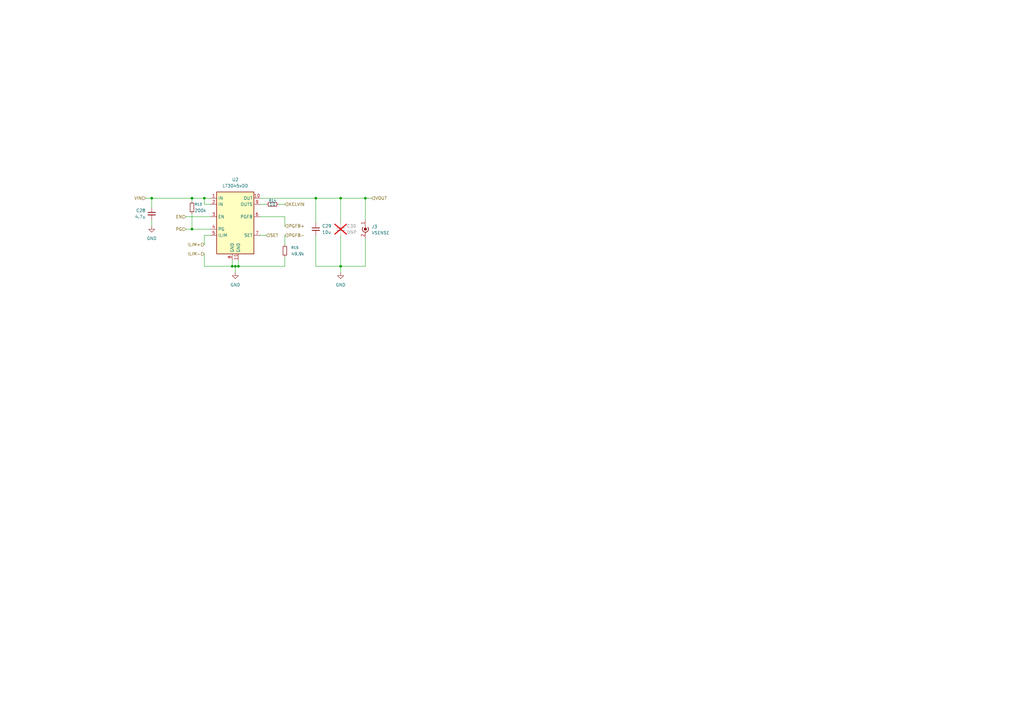
<source format=kicad_sch>
(kicad_sch (version 20250114) (generator "eeschema") (generator_version "9.0")
  (paper "A3")
  (lib_symbols
    (symbol "Connector:Conn_Coaxial_Power" (pin_names (offset 1.016) (hide yes))
      (property "Reference" "J" (at -5.08 -1.27 90))
      (property "Value" "Conn_Coaxial_Power" (at -3.175 -1.27 90))
      (symbol "Conn_Coaxial_Power_0_1"
        (arc (start 1.016 -0.508) (mid 1.2048 -0.8684) (end 1.27 -1.27) (stroke (width 0.254)))
        (polyline (pts (xy 0 0) (xy 0 -1.27)))
        (arc (start 1.27 -1.27) (mid 0 -2.5345) (end -1.27 -1.27) (stroke (width 0.254)))
        (arc (start -1.27 -1.27) (mid -1.2048 -0.8684) (end -1.016 -0.508) (stroke (width 0.254)))
        (circle (center 0 -1.27) (radius 0.508) (stroke (width 0.2032)) (fill (type outline)))
        (polyline (pts (xy 0 -2.54) (xy 0 -3.048)))
      )
      (symbol "Conn_Coaxial_Power_1_1"
        (pin passive line (at 0 2.54 270) (length 2.54) (name "In") (number "1"))
        (pin passive line (at 0 -5.08 90) (length 2.54) (name "Ext") (number "2"))
      )
    )
    (symbol "Device:C_Small" (pin_numbers (hide yes)) (pin_names (offset 0.254) (hide yes))
      (property "Reference" "C" (at 0.254 1.778 0))
      (property "Value" "C_Small" (at 0.254 -2.032 0))
      (symbol "C_Small_0_1"
        (polyline (pts (xy -1.524 0.508) (xy 1.524 0.508)) (stroke (width 0.3048)))
        (polyline (pts (xy -1.524 -0.508) (xy 1.524 -0.508)) (stroke (width 0.3302)))
      )
      (symbol "C_Small_1_1"
        (pin passive line (at 0 2.54 270) (length 2.032) (name "~") (number "1"))
        (pin passive line (at 0 -2.54 90) (length 2.032) (name "~") (number "2"))
      )
    )
    (symbol "Device:R_Small" (pin_numbers (hide yes)) (pin_names (offset 0.254) (hide yes))
      (property "Reference" "R" (at 0 0 90))
      (property "Value" "R_Small" (at 1.778 0 90))
      (symbol "R_Small_0_1"
        (rectangle (start -0.762 1.778) (end 0.762 -1.778) (stroke (width 0.2032)))
      )
      (symbol "R_Small_1_1"
        (pin passive line (at 0 2.54 270) (length 0.762) (name "~") (number "1"))
        (pin passive line (at 0 -2.54 90) (length 0.762) (name "~") (number "2"))
      )
    )
    (symbol "huskylib:LT3045xDD"
      (property "Reference" "U" (at -6.35 13.97 0))
      (property "Value" "LT3045xDD" (at 1.27 13.97 0))
      (symbol "LT3045xDD_0_1"
        (rectangle (start -7.62 12.7) (end 7.62 -12.7) (stroke (width 0.254)) (fill (type background)))
      )
      (symbol "LT3045xDD_1_0"
        (pin input line (at -10.16 2.54 0) (length 2.54) (name "EN") (number "3"))
        (pin passive line (at -10.16 -5.08 0) (length 2.54) (name "ILIM") (number "5"))
        (pin power_in line (at 1.27 -15.24 90) (length 2.54) (name "GND") (number "11"))
      )
      (symbol "LT3045xDD_1_1"
        (pin power_in line (at -10.16 10.16 0) (length 2.54) (name "IN") (number "1"))
        (pin power_in line (at -10.16 7.62 0) (length 2.54) (name "IN") (number "2"))
        (pin output line (at -10.16 -2.54 0) (length 2.54) (name "PG") (number "4"))
        (pin power_in line (at -1.27 -15.24 90) (length 2.54) (name "GND") (number "8"))
        (pin power_out line (at 10.16 10.16 180) (length 2.54) (name "OUT") (number "10"))
        (pin passive line (at 10.16 7.62 180) (length 2.54) (name "OUTS") (number "9"))
        (pin passive line (at 10.16 2.54 180) (length 2.54) (name "PGFB") (number "6"))
        (pin passive line (at 10.16 -5.08 180) (length 2.54) (name "SET") (number "7"))
      )
    )
    (symbol "power:GND" (power) (pin_numbers (hide yes)) (pin_names (offset 0) (hide yes))
      (property "Value" "GND" (at 0 -3.81 0))
      (symbol "GND_0_1"
        (polyline (pts (xy 0 0) (xy 0 -1.27) (xy 1.27 -1.27) (xy 0 -2.54) (xy -1.27 -1.27) (xy 0 -1.27)))
      )
      (symbol "GND_1_1"
        (pin power_in line (at 0 0 270) (length 0) (name "~") (number "1"))
      )
    )
  )
  (junction (at 129.54 81.28))
  (junction (at 83.82 81.28))
  (junction (at 139.7 109.22))
  (junction (at 139.7 81.28))
  (junction (at 95.25 109.22))
  (junction (at 97.79 109.22))
  (junction (at 96.52 109.22))
  (junction (at 149.86 81.28))
  (junction (at 78.74 81.28))
  (junction (at 78.74 93.98))
  (junction (at 62.23 81.28))
  (wire (pts (xy 78.74 81.28) (xy 78.74 82.55)))
  (wire (pts (xy 149.86 81.28) (xy 152.4 81.28)))
  (wire (pts (xy 83.82 96.52) (xy 83.82 100.33)))
  (wire (pts (xy 149.86 81.28) (xy 149.86 90.17)))
  (wire (pts (xy 83.82 81.28) (xy 83.82 83.82)))
  (wire (pts (xy 106.68 88.9) (xy 116.84 88.9)))
  (wire (pts (xy 114.3 83.82) (xy 116.84 83.82)))
  (wire (pts (xy 139.7 81.28) (xy 149.86 81.28)))
  (wire (pts (xy 76.2 93.98) (xy 78.74 93.98)))
  (wire (pts (xy 129.54 81.28) (xy 129.54 91.44)))
  (wire (pts (xy 139.7 109.22) (xy 139.7 111.76)))
  (wire (pts (xy 139.7 96.52) (xy 139.7 109.22)))
  (wire (pts (xy 106.68 83.82) (xy 109.22 83.82)))
  (wire (pts (xy 149.86 97.79) (xy 149.86 109.22)))
  (wire (pts (xy 129.54 96.52) (xy 129.54 109.22)))
  (wire (pts (xy 139.7 109.22) (xy 149.86 109.22)))
  (wire (pts (xy 86.36 83.82) (xy 83.82 83.82)))
  (wire (pts (xy 76.2 88.9) (xy 86.36 88.9)))
  (wire (pts (xy 106.68 81.28) (xy 129.54 81.28)))
  (wire (pts (xy 116.84 96.52) (xy 116.84 100.33)))
  (wire (pts (xy 129.54 109.22) (xy 139.7 109.22)))
  (wire (pts (xy 83.82 104.14) (xy 83.82 109.22)))
  (wire (pts (xy 116.84 88.9) (xy 116.84 92.71)))
  (wire (pts (xy 83.82 109.22) (xy 95.25 109.22)))
  (wire (pts (xy 78.74 81.28) (xy 83.82 81.28)))
  (wire (pts (xy 97.79 109.22) (xy 97.79 106.68)))
  (wire (pts (xy 96.52 109.22) (xy 96.52 111.76)))
  (wire (pts (xy 116.84 105.41) (xy 116.84 109.22)))
  (wire (pts (xy 78.74 87.63) (xy 78.74 93.98)))
  (wire (pts (xy 78.74 93.98) (xy 86.36 93.98)))
  (wire (pts (xy 62.23 81.28) (xy 62.23 85.09)))
  (wire (pts (xy 96.52 109.22) (xy 97.79 109.22)))
  (wire (pts (xy 106.68 96.52) (xy 109.22 96.52)))
  (wire (pts (xy 139.7 81.28) (xy 139.7 91.44)))
  (wire (pts (xy 129.54 81.28) (xy 139.7 81.28)))
  (wire (pts (xy 86.36 96.52) (xy 83.82 96.52)))
  (wire (pts (xy 96.52 109.22) (xy 95.25 109.22)))
  (wire (pts (xy 95.25 109.22) (xy 95.25 106.68)))
  (wire (pts (xy 62.23 81.28) (xy 78.74 81.28)))
  (wire (pts (xy 62.23 90.17) (xy 62.23 92.71)))
  (wire (pts (xy 62.23 81.28) (xy 59.69 81.28)))
  (wire (pts (xy 97.79 109.22) (xy 116.84 109.22)))
  (wire (pts (xy 83.82 81.28) (xy 86.36 81.28)))
  (hierarchical_label "VOUT" (shape input) (at 152.4 81.28 0))
  (hierarchical_label "EN" (shape input) (at 76.2 88.9 180))
  (hierarchical_label "PGFB-" (shape input) (at 116.84 96.52 0))
  (hierarchical_label "PG" (shape input) (at 76.2 93.98 180))
  (hierarchical_label "VIN" (shape input) (at 59.69 81.28 180))
  (hierarchical_label "SET" (shape input) (at 109.22 96.52 0))
  (hierarchical_label "ILIM-" (shape input) (at 83.82 104.14 180))
  (hierarchical_label "PGFB+" (shape input) (at 116.84 92.71 0))
  (hierarchical_label "ILIM+" (shape input) (at 83.82 100.33 180))
  (hierarchical_label "KELVIN" (shape input) (at 116.84 83.82 0))
  (symbol (lib_id "Device:C_Small") (at 139.7 93.98 0) (unit 1) (dnp yes)
    (property "Reference" "C30" (at 142.24 92.7162 0) (effects (justify left)))
    (property "Value" "DNP" (at 142.24 95.2562 0) (effects (justify left)))
    (property "Footprint" "Capacitor_SMD:C_0201_0603Metric" (effects (hide yes)))
    (property "Description" "Unpolarized capacitor, small symbol" (effects (hide yes)))
    (instances (project "huskypointofload" (path "" (reference "C30") (unit 1)) (path "" (reference "C164") (unit 1)) (path "" (reference "C134") (unit 1)) (path "" (reference "C47") (unit 1))))
  )
  (symbol (lib_id "power:GND") (at 62.23 92.71 0) (unit 1)
    (property "Reference" "#PWR034" (effects (hide yes)))
    (property "Value" "GND" (at 62.23 97.79 0))
    (property "Description" "Power symbol creates a global label with name \"GND\" , ground" (effects (hide yes)))
    (instances (project "huskypointofload" (path "" (reference "#PWR034") (unit 1)) (path "" (reference "#PWR0176") (unit 1)) (path "" (reference "#PWR0139") (unit 1)) (path "" (reference "#PWR039") (unit 1))))
  )
  (symbol (lib_id "huskylib:LT3045xDD") (at 96.52 91.44 0) (unit 1)
    (property "Reference" "U2" (at 96.52 73.66 0))
    (property "Value" "LT3045xDD" (at 96.52 76.2 0))
    (property "Footprint" "Package_DFN_QFN:DFN-10-1EP_3x3mm_P0.5mm_EP1.65x2.38mm" (effects (hide yes)))
    (property "Datasheet" "https://www.analog.com/media/en/technical-documentation/data-sheets/lt3045.pdf" (effects (hide yes)))
    (property "Description" "20V, 500mA, Ultralow Noise, Ultrahigh PSRR Linear Regulator" (effects (hide yes)))
    (property "DIGIKEY_PN" "505-LT3045EDD#PBF-ND" (effects (hide yes)))
    (instances (project "huskypointofload" (path "" (reference "U2") (unit 1)) (path "" (reference "U20") (unit 1)) (path "" (reference "U17") (unit 1)) (path "" (reference "U5") (unit 1))))
  )
  (symbol (lib_id "Device:C_Small") (at 62.23 87.63 0) (mirror y) (unit 1)
    (property "Reference" "C28" (at 59.69 86.3662 0) (effects (justify left)))
    (property "Value" "4.7u" (at 59.69 88.9062 0) (effects (justify left)))
    (property "Footprint" "Capacitor_SMD:C_1206_3216Metric" (effects (hide yes)))
    (property "Description" "Unpolarized capacitor, small symbol" (effects (hide yes)))
    (property "DIGIKEY_PN" "490-GRM31CZ72A475ME11LCT-ND" (effects (hide yes)))
    (instances (project "huskypointofload" (path "" (reference "C28") (unit 1)) (path "" (reference "C162") (unit 1)) (path "" (reference "C132") (unit 1)) (path "" (reference "C45") (unit 1))))
  )
  (symbol (lib_id "Connector:Conn_Coaxial_Power") (at 149.86 92.71 0) (unit 1)
    (property "Reference" "J3" (at 152.4 92.9639 0) (effects (justify left)))
    (property "Value" "VSENSE" (at 152.4 95.5039 0) (effects (justify left)))
    (property "Footprint" "Connector_Coaxial:SMA_Amphenol_132134-10_Vertical" (effects (hide yes)))
    (property "Description" "coaxial connector (BNC, SMA, SMB, SMC, Cinch/RCA, LEMO, ...)" (effects (hide yes)))
    (property "DIGIKEY_PN" "ARF2755-ND" (effects (hide yes)))
    (instances (project "huskypointofload" (path "" (reference "J3") (unit 1)) (path "" (reference "J15") (unit 1)) (path "" (reference "J14") (unit 1)) (path "" (reference "J4") (unit 1))))
  )
  (symbol (lib_id "power:GND") (at 139.7 111.76 0) (unit 1)
    (property "Reference" "#PWR036" (effects (hide yes)))
    (property "Value" "GND" (at 139.7 116.84 0))
    (property "Description" "Power symbol creates a global label with name \"GND\" , ground" (effects (hide yes)))
    (instances (project "huskypointofload" (path "" (reference "#PWR036") (unit 1)) (path "" (reference "#PWR0178") (unit 1)) (path "" (reference "#PWR0141") (unit 1)) (path "" (reference "#PWR041") (unit 1))))
  )
  (symbol (lib_id "Device:C_Small") (at 129.54 93.98 0) (unit 1)
    (property "Reference" "C29" (at 132.08 92.7162 0) (effects (justify left)))
    (property "Value" "10u" (at 132.08 95.2562 0) (effects (justify left)))
    (property "Footprint" "Capacitor_SMD:C_0603_1608Metric" (effects (hide yes)))
    (property "Description" "Unpolarized capacitor, small symbol" (effects (hide yes)))
    (property "DIGIKEY_PN" "490-10727-1-ND" (effects (hide yes)))
    (instances (project "huskypointofload" (path "" (reference "C29") (unit 1)) (path "" (reference "C163") (unit 1)) (path "" (reference "C133") (unit 1)) (path "" (reference "C46") (unit 1))))
  )
  (symbol (lib_id "Device:R_Small") (at 111.76 83.82 90) (unit 1)
    (property "Reference" "R14" (at 111.76 82.296 90) (effects (font (size 1.016 1.016))))
    (property "Value" "10" (at 111.76 83.82 90))
    (property "Footprint" "Resistor_SMD:R_0402_1005Metric" (effects (hide yes)))
    (property "Description" "Resistor, small symbol" (effects (hide yes)))
    (property "DIGIKEY_PN" "311-10.0LRCT-ND" (effects (hide yes)))
    (instances (project "huskypointofload" (path "" (reference "R14") (unit 1)) (path "" (reference "R126") (unit 1)) (path "" (reference "R91") (unit 1)) (path "" (reference "R19") (unit 1))))
  )
  (symbol (lib_id "Device:R_Small") (at 78.74 85.09 0) (mirror y) (unit 1)
    (property "Reference" "R13" (at 79.756 83.82 0) (effects (font (size 1.016 1.016)) (justify right)))
    (property "Value" "200k" (at 79.756 86.36 0) (effects (justify right)))
    (property "Footprint" "Resistor_SMD:R_0402_1005Metric" (effects (hide yes)))
    (property "Description" "Resistor, small symbol" (effects (hide yes)))
    (property "DIGIKEY_PN" "311-200KJRCT-ND" (effects (hide yes)))
    (instances (project "huskypointofload" (path "" (reference "R13") (unit 1)) (path "" (reference "R125") (unit 1)) (path "" (reference "R90") (unit 1)) (path "" (reference "R18") (unit 1))))
  )
  (symbol (lib_id "Device:R_Small") (at 116.84 102.87 0) (unit 1)
    (property "Reference" "R15" (at 119.38 101.5999 0) (effects (font (size 1.016 1.016)) (justify left)))
    (property "Value" "49.9k" (at 119.38 104.1399 0) (effects (justify left)))
    (property "Footprint" "Resistor_SMD:R_0402_1005Metric" (effects (hide yes)))
    (property "Description" "Resistor, small symbol" (effects (hide yes)))
    (property "DIGIKEY_PN" "YAG4394CT-ND" (effects (hide yes)))
    (instances (project "huskypointofload" (path "" (reference "R15") (unit 1)) (path "" (reference "R127") (unit 1)) (path "" (reference "R92") (unit 1)) (path "" (reference "R20") (unit 1))))
  )
  (symbol (lib_id "power:GND") (at 96.52 111.76 0) (unit 1)
    (property "Reference" "#PWR035" (effects (hide yes)))
    (property "Value" "GND" (at 96.52 116.84 0))
    (property "Description" "Power symbol creates a global label with name \"GND\" , ground" (effects (hide yes)))
    (instances (project "huskypointofload" (path "" (reference "#PWR035") (unit 1)) (path "" (reference "#PWR0177") (unit 1)) (path "" (reference "#PWR0140") (unit 1)) (path "" (reference "#PWR040") (unit 1))))
  )
)
</source>
